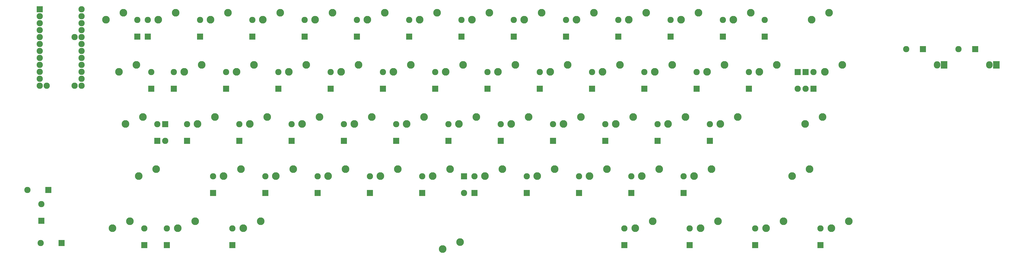
<source format=gts>
G04 (created by PCBNEW-RS274X (2012-04-29 BZR 3537)-testing) date Sat 07 Jul 2012 01:31:47 PM CEST*
G01*
G70*
G90*
%MOIN*%
G04 Gerber Fmt 3.4, Leading zero omitted, Abs format*
%FSLAX34Y34*%
G04 APERTURE LIST*
%ADD10C,0.006000*%
%ADD11R,0.090000X0.090000*%
%ADD12C,0.090000*%
%ADD13C,0.110000*%
%ADD14O,0.095000X0.105000*%
%ADD15R,0.095000X0.105000*%
G04 APERTURE END LIST*
G54D10*
G54D11*
X09000Y-17500D03*
G54D12*
X09000Y-18500D03*
X09000Y-19500D03*
X09000Y-20500D03*
X09000Y-21500D03*
X09000Y-22500D03*
X09000Y-23500D03*
X09000Y-24500D03*
X09000Y-25500D03*
X09000Y-26500D03*
X09000Y-27500D03*
X09000Y-28500D03*
X10000Y-28500D03*
X14000Y-28500D03*
X15000Y-28500D03*
X15000Y-27500D03*
X15000Y-26500D03*
X15000Y-25500D03*
X15000Y-24500D03*
X15000Y-23500D03*
X15000Y-22500D03*
X15000Y-19500D03*
X15000Y-18500D03*
X15000Y-17500D03*
X14000Y-21500D03*
X15000Y-21500D03*
X15000Y-20500D03*
X24000Y-49050D03*
G54D11*
X24000Y-51450D03*
G54D12*
X27250Y-49050D03*
G54D11*
X27250Y-51450D03*
G54D12*
X36625Y-49050D03*
G54D11*
X36625Y-51450D03*
G54D12*
X69875Y-43950D03*
G54D11*
X69875Y-41550D03*
G54D12*
X92875Y-49050D03*
G54D11*
X92875Y-51450D03*
G54D12*
X102250Y-49050D03*
G54D11*
X102250Y-51450D03*
G54D12*
X111625Y-49050D03*
G54D11*
X111625Y-51450D03*
G54D12*
X121000Y-49050D03*
G54D11*
X121000Y-51450D03*
G54D12*
X27000Y-36450D03*
G54D11*
X27000Y-34050D03*
G54D12*
X33875Y-41550D03*
G54D11*
X33875Y-43950D03*
G54D12*
X41375Y-41550D03*
G54D11*
X41375Y-43950D03*
G54D12*
X48875Y-41550D03*
G54D11*
X48875Y-43950D03*
G54D12*
X56375Y-41550D03*
G54D11*
X56375Y-43950D03*
G54D12*
X63875Y-41550D03*
G54D11*
X63875Y-43950D03*
G54D12*
X71375Y-41550D03*
G54D11*
X71375Y-43950D03*
G54D12*
X78875Y-41550D03*
G54D11*
X78875Y-43950D03*
G54D12*
X86375Y-41550D03*
G54D11*
X86375Y-43950D03*
G54D12*
X93875Y-41550D03*
G54D11*
X93875Y-43950D03*
G54D12*
X101375Y-41550D03*
G54D11*
X101375Y-43950D03*
G54D12*
X117750Y-28950D03*
G54D11*
X117750Y-26550D03*
G54D12*
X25875Y-34050D03*
G54D11*
X25875Y-36450D03*
G54D12*
X30125Y-34050D03*
G54D11*
X30125Y-36450D03*
G54D12*
X37625Y-34050D03*
G54D11*
X37625Y-36450D03*
G54D12*
X45125Y-34050D03*
G54D11*
X45125Y-36450D03*
G54D12*
X52625Y-34050D03*
G54D11*
X52625Y-36450D03*
G54D12*
X60125Y-34050D03*
G54D11*
X60125Y-36450D03*
G54D12*
X67625Y-34050D03*
G54D11*
X67625Y-36450D03*
G54D12*
X75125Y-34050D03*
G54D11*
X75125Y-36450D03*
G54D12*
X82625Y-34050D03*
G54D11*
X82625Y-36450D03*
G54D12*
X90125Y-34050D03*
G54D11*
X90125Y-36450D03*
G54D12*
X97625Y-34050D03*
G54D11*
X97625Y-36450D03*
G54D12*
X105125Y-34050D03*
G54D11*
X105125Y-36450D03*
G54D12*
X118875Y-28950D03*
G54D11*
X118875Y-26550D03*
G54D12*
X25000Y-26550D03*
G54D11*
X25000Y-28950D03*
G54D12*
X28250Y-26550D03*
G54D11*
X28250Y-28950D03*
G54D12*
X35750Y-26550D03*
G54D11*
X35750Y-28950D03*
G54D12*
X43250Y-26550D03*
G54D11*
X43250Y-28950D03*
G54D12*
X50750Y-26550D03*
G54D11*
X50750Y-28950D03*
G54D12*
X58250Y-26550D03*
G54D11*
X58250Y-28950D03*
G54D12*
X65750Y-26550D03*
G54D11*
X65750Y-28950D03*
G54D12*
X73250Y-26550D03*
G54D11*
X73250Y-28950D03*
G54D12*
X80750Y-26550D03*
G54D11*
X80750Y-28950D03*
G54D12*
X88250Y-26550D03*
G54D11*
X88250Y-28950D03*
G54D12*
X95750Y-26550D03*
G54D11*
X95750Y-28950D03*
G54D12*
X103250Y-26550D03*
G54D11*
X103250Y-28950D03*
G54D12*
X110750Y-26550D03*
G54D11*
X110750Y-28950D03*
G54D12*
X120000Y-26550D03*
G54D11*
X120000Y-28950D03*
G54D12*
X23000Y-19050D03*
G54D11*
X23000Y-21450D03*
G54D12*
X24500Y-19050D03*
G54D11*
X24500Y-21450D03*
G54D12*
X32000Y-19050D03*
G54D11*
X32000Y-21450D03*
G54D12*
X39500Y-19050D03*
G54D11*
X39500Y-21450D03*
G54D12*
X47000Y-19050D03*
G54D11*
X47000Y-21450D03*
G54D12*
X54500Y-19050D03*
G54D11*
X54500Y-21450D03*
G54D12*
X62000Y-19050D03*
G54D11*
X62000Y-21450D03*
G54D12*
X69500Y-19050D03*
G54D11*
X69500Y-21450D03*
G54D12*
X77000Y-19050D03*
G54D11*
X77000Y-21450D03*
G54D12*
X84500Y-19050D03*
G54D11*
X84500Y-21450D03*
G54D12*
X92000Y-19050D03*
G54D11*
X92000Y-21450D03*
G54D12*
X99500Y-19050D03*
G54D11*
X99500Y-21450D03*
G54D12*
X107000Y-19050D03*
G54D11*
X107000Y-21450D03*
G54D12*
X113000Y-19050D03*
G54D11*
X113000Y-21450D03*
G54D12*
X07250Y-43500D03*
G54D11*
X10250Y-43500D03*
G54D12*
X09125Y-51125D03*
G54D11*
X12125Y-51125D03*
G54D12*
X133300Y-23250D03*
G54D11*
X135700Y-23250D03*
G54D12*
X09250Y-45550D03*
G54D11*
X09250Y-47950D03*
G54D12*
X140800Y-23250D03*
G54D11*
X143200Y-23250D03*
G54D13*
X122250Y-18000D03*
X119750Y-19000D03*
X111000Y-18000D03*
X108500Y-19000D03*
X103500Y-18000D03*
X101000Y-19000D03*
X96000Y-18000D03*
X93500Y-19000D03*
X88500Y-18000D03*
X86000Y-19000D03*
X81000Y-18000D03*
X78500Y-19000D03*
X73500Y-18000D03*
X71000Y-19000D03*
X66000Y-18000D03*
X63500Y-19000D03*
X58500Y-18000D03*
X56000Y-19000D03*
X51000Y-18000D03*
X48500Y-19000D03*
X43500Y-18000D03*
X41000Y-19000D03*
X36000Y-18000D03*
X33500Y-19000D03*
X28500Y-18000D03*
X26000Y-19000D03*
X21000Y-18000D03*
X18500Y-19000D03*
X124125Y-25500D03*
X121625Y-26500D03*
X114750Y-25500D03*
X112250Y-26500D03*
X107250Y-25500D03*
X104750Y-26500D03*
X99750Y-25500D03*
X97250Y-26500D03*
X92250Y-25500D03*
X89750Y-26500D03*
X84750Y-25500D03*
X82250Y-26500D03*
X77250Y-25500D03*
X74750Y-26500D03*
X69750Y-25500D03*
X67250Y-26500D03*
X62250Y-25500D03*
X59750Y-26500D03*
X54750Y-25500D03*
X52250Y-26500D03*
X47250Y-25500D03*
X44750Y-26500D03*
X39750Y-25500D03*
X37250Y-26500D03*
X32250Y-25500D03*
X29750Y-26500D03*
X22875Y-25500D03*
X20375Y-26500D03*
X121313Y-33000D03*
X118813Y-34000D03*
X109125Y-33000D03*
X106625Y-34000D03*
X101625Y-33000D03*
X99125Y-34000D03*
X94125Y-33000D03*
X91625Y-34000D03*
X86625Y-33000D03*
X84125Y-34000D03*
X79125Y-33000D03*
X76625Y-34000D03*
X71625Y-33000D03*
X69125Y-34000D03*
X64125Y-33000D03*
X61625Y-34000D03*
X56625Y-33000D03*
X54125Y-34000D03*
X49125Y-33000D03*
X46625Y-34000D03*
X41625Y-33000D03*
X39125Y-34000D03*
X34125Y-33000D03*
X31625Y-34000D03*
X23813Y-33000D03*
X21313Y-34000D03*
X119438Y-40500D03*
X116938Y-41500D03*
X105375Y-40500D03*
X102875Y-41500D03*
X97875Y-40500D03*
X95375Y-41500D03*
X90375Y-40500D03*
X87875Y-41500D03*
X82875Y-40500D03*
X80375Y-41500D03*
X75375Y-40500D03*
X72875Y-41500D03*
X67875Y-40500D03*
X65375Y-41500D03*
X60375Y-40500D03*
X57875Y-41500D03*
X52875Y-40500D03*
X50375Y-41500D03*
X45375Y-40500D03*
X42875Y-41500D03*
X37875Y-40500D03*
X35375Y-41500D03*
X25688Y-40500D03*
X23188Y-41500D03*
X125063Y-48000D03*
X122563Y-49000D03*
X115688Y-48000D03*
X113188Y-49000D03*
X106313Y-48000D03*
X103813Y-49000D03*
X96938Y-48000D03*
X94438Y-49000D03*
X66813Y-52000D03*
X69313Y-51000D03*
X40688Y-48000D03*
X38188Y-49000D03*
X31313Y-48000D03*
X28813Y-49000D03*
X21938Y-48000D03*
X19438Y-49000D03*
G54D14*
X137750Y-25500D03*
G54D15*
X138750Y-25500D03*
G54D14*
X145250Y-25500D03*
G54D15*
X146250Y-25500D03*
M02*

</source>
